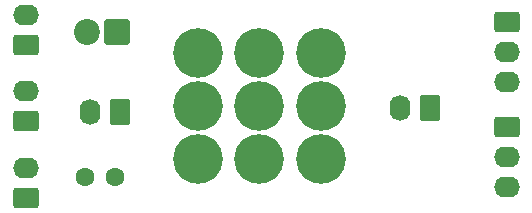
<source format=gbr>
%TF.GenerationSoftware,KiCad,Pcbnew,9.0.2*%
%TF.CreationDate,2025-06-25T15:10:39+01:00*%
%TF.ProjectId,FootSw,466f6f74-5377-42e6-9b69-6361645f7063,V1.1*%
%TF.SameCoordinates,Original*%
%TF.FileFunction,Soldermask,Top*%
%TF.FilePolarity,Negative*%
%FSLAX46Y46*%
G04 Gerber Fmt 4.6, Leading zero omitted, Abs format (unit mm)*
G04 Created by KiCad (PCBNEW 9.0.2) date 2025-06-25 15:10:39*
%MOMM*%
%LPD*%
G01*
G04 APERTURE LIST*
G04 Aperture macros list*
%AMRoundRect*
0 Rectangle with rounded corners*
0 $1 Rounding radius*
0 $2 $3 $4 $5 $6 $7 $8 $9 X,Y pos of 4 corners*
0 Add a 4 corners polygon primitive as box body*
4,1,4,$2,$3,$4,$5,$6,$7,$8,$9,$2,$3,0*
0 Add four circle primitives for the rounded corners*
1,1,$1+$1,$2,$3*
1,1,$1+$1,$4,$5*
1,1,$1+$1,$6,$7*
1,1,$1+$1,$8,$9*
0 Add four rect primitives between the rounded corners*
20,1,$1+$1,$2,$3,$4,$5,0*
20,1,$1+$1,$4,$5,$6,$7,0*
20,1,$1+$1,$6,$7,$8,$9,0*
20,1,$1+$1,$8,$9,$2,$3,0*%
G04 Aperture macros list end*
%ADD10O,2.190000X1.740000*%
%ADD11RoundRect,0.250000X0.845000X-0.620000X0.845000X0.620000X-0.845000X0.620000X-0.845000X-0.620000X0*%
%ADD12C,1.600000*%
%ADD13RoundRect,0.249999X0.850001X0.850001X-0.850001X0.850001X-0.850001X-0.850001X0.850001X-0.850001X0*%
%ADD14C,2.200000*%
%ADD15C,4.203200*%
%ADD16RoundRect,0.250000X0.620000X0.845000X-0.620000X0.845000X-0.620000X-0.845000X0.620000X-0.845000X0*%
%ADD17O,1.740000X2.190000*%
%ADD18RoundRect,0.250000X-0.845000X0.620000X-0.845000X-0.620000X0.845000X-0.620000X0.845000X0.620000X0*%
G04 APERTURE END LIST*
D10*
%TO.C,J8*%
X59500000Y-64210000D03*
D11*
X59500000Y-66750000D03*
%TD*%
D12*
%TO.C,R1*%
X67045000Y-65000000D03*
X64505000Y-65000000D03*
%TD*%
D13*
%TO.C,D2*%
X67250000Y-52750000D03*
D14*
X64710000Y-52750000D03*
%TD*%
D15*
%TO.C,SW1*%
X74100000Y-54500000D03*
X74100000Y-59000000D03*
X74100000Y-63500000D03*
X79300000Y-54500000D03*
X79300000Y-59000000D03*
X79300000Y-63500000D03*
X84500000Y-54500000D03*
X84500000Y-59000000D03*
X84500000Y-63500000D03*
%TD*%
D11*
%TO.C,J9*%
X59500000Y-60290000D03*
D10*
X59500000Y-57750000D03*
%TD*%
D16*
%TO.C,J5*%
X67500000Y-59500000D03*
D17*
X64960000Y-59500000D03*
%TD*%
D11*
%TO.C,J4*%
X59500000Y-53800000D03*
D10*
X59500000Y-51260000D03*
%TD*%
D18*
%TO.C,J1*%
X100250000Y-60750000D03*
D10*
X100250000Y-63290000D03*
X100250000Y-65830000D03*
%TD*%
D18*
%TO.C,J7*%
X100250000Y-51920000D03*
D10*
X100250000Y-54460000D03*
X100250000Y-57000000D03*
%TD*%
D16*
%TO.C,J2*%
X93750000Y-59170000D03*
D17*
X91210000Y-59170000D03*
%TD*%
M02*

</source>
